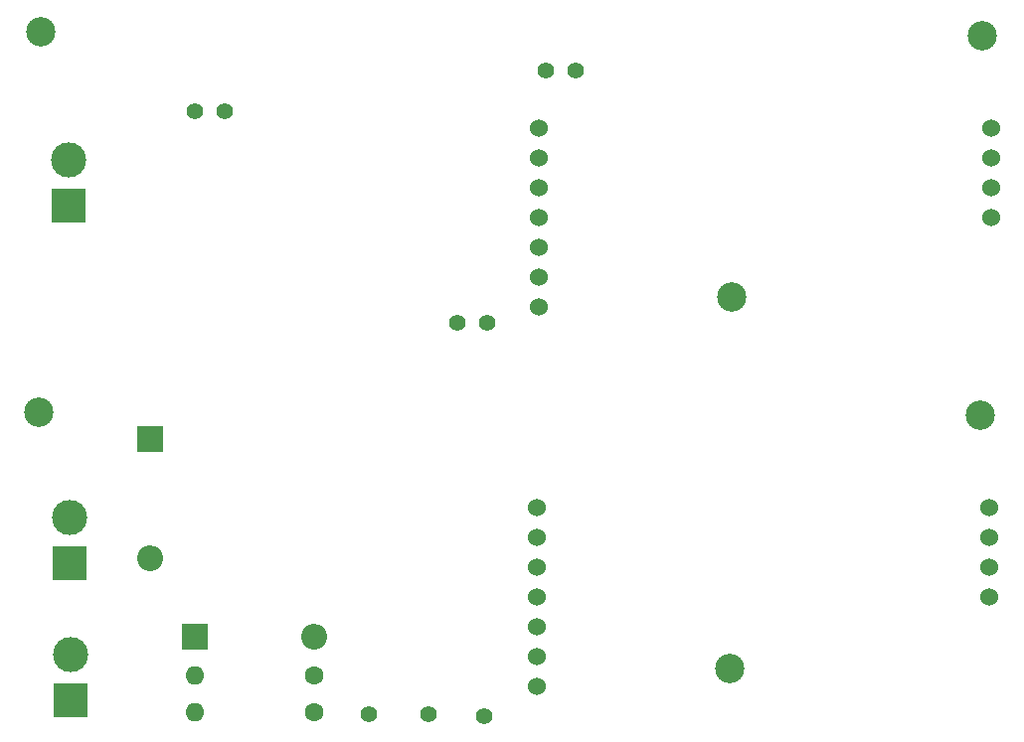
<source format=gbr>
%TF.GenerationSoftware,KiCad,Pcbnew,6.99.0-unknown-492e6548ff~162~ubuntu22.04.1*%
%TF.CreationDate,2022-12-11T13:45:44+01:00*%
%TF.ProjectId,lora_dual,6c6f7261-5f64-4756-916c-2e6b69636164,rev?*%
%TF.SameCoordinates,Original*%
%TF.FileFunction,Soldermask,Bot*%
%TF.FilePolarity,Negative*%
%FSLAX46Y46*%
G04 Gerber Fmt 4.6, Leading zero omitted, Abs format (unit mm)*
G04 Created by KiCad (PCBNEW 6.99.0-unknown-492e6548ff~162~ubuntu22.04.1) date 2022-12-11 13:45:44*
%MOMM*%
%LPD*%
G01*
G04 APERTURE LIST*
%ADD10C,1.600000*%
%ADD11O,1.600000X1.600000*%
%ADD12C,1.400000*%
%ADD13C,2.500000*%
%ADD14C,1.524000*%
%ADD15R,2.200000X2.200000*%
%ADD16O,2.200000X2.200000*%
%ADD17R,3.000000X3.000000*%
%ADD18C,3.000000*%
G04 APERTURE END LIST*
D10*
%TO.C,R4*%
X162480000Y-156900000D03*
D11*
X152319999Y-156899999D03*
%TD*%
D12*
%TO.C,J3*%
X184725000Y-102190000D03*
X182185000Y-102190000D03*
%TD*%
D10*
%TO.C,R1*%
X162480000Y-153750000D03*
D11*
X152319999Y-153749999D03*
%TD*%
D13*
%TO.C,REF\u002A\u002A*%
X197850000Y-153200000D03*
%TD*%
D12*
%TO.C,H4*%
X172175000Y-157050000D03*
%TD*%
D14*
%TO.C,U7*%
X181470000Y-139445000D03*
X181470000Y-141985000D03*
X181470000Y-144525000D03*
X181470000Y-147065000D03*
X181470000Y-149605000D03*
X181470000Y-152145000D03*
X181470000Y-154685000D03*
X219975000Y-147059000D03*
X219975000Y-144519000D03*
X219975000Y-141979000D03*
X219975000Y-139439000D03*
%TD*%
D12*
%TO.C,JP5*%
X154860000Y-105630000D03*
X152320000Y-105630000D03*
%TD*%
%TO.C,H3*%
X167100000Y-157050000D03*
%TD*%
D14*
%TO.C,U4*%
X181590000Y-107150000D03*
X181590000Y-109690000D03*
X181590000Y-112230000D03*
X181590000Y-114770000D03*
X181590000Y-117310000D03*
X181590000Y-119850000D03*
X181590000Y-122390000D03*
X220095000Y-114764000D03*
X220095000Y-112224000D03*
X220095000Y-109684000D03*
X220095000Y-107144000D03*
%TD*%
D15*
%TO.C,D2*%
X152319999Y-150499999D03*
D16*
X162479999Y-150499999D03*
%TD*%
D13*
%TO.C,REF\u002A\u002A*%
X198050000Y-121500000D03*
%TD*%
%TO.C,REF\u002A\u002A*%
X139200000Y-98900000D03*
%TD*%
D12*
%TO.C,JP1*%
X177200000Y-123700000D03*
X174660000Y-123700000D03*
%TD*%
D13*
%TO.C,REF\u002A\u002A*%
X219350000Y-99250000D03*
%TD*%
D17*
%TO.C,J4*%
X141599999Y-113699999D03*
D18*
X141600000Y-109820000D03*
%TD*%
D12*
%TO.C,H5*%
X176975000Y-157225000D03*
%TD*%
D17*
%TO.C,J2*%
X141749999Y-155899999D03*
D18*
X141750000Y-152020000D03*
%TD*%
D17*
%TO.C,J1*%
X141674999Y-144182499D03*
D18*
X141675000Y-140302500D03*
%TD*%
D13*
%TO.C,REF\u002A\u002A*%
X139050000Y-131350000D03*
%TD*%
%TO.C,REF\u002A\u002A*%
X219200000Y-131550000D03*
%TD*%
D15*
%TO.C,D1*%
X148499999Y-133619999D03*
D16*
X148499999Y-143779999D03*
%TD*%
M02*

</source>
